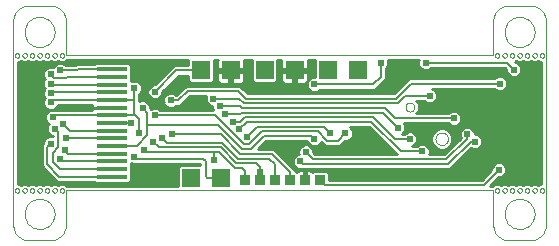
<source format=gbl>
G75*
%MOIN*%
%OFA0B0*%
%FSLAX24Y24*%
%IPPOS*%
%LPD*%
%AMOC8*
5,1,8,0,0,1.08239X$1,22.5*
%
%ADD10C,0.0000*%
%ADD11R,0.0600X0.0600*%
%ADD12R,0.1024X0.0138*%
%ADD13R,0.0320X0.0350*%
%ADD14C,0.0100*%
%ADD15C,0.0240*%
%ADD16C,0.0080*%
D10*
X004943Y002737D02*
X005693Y002737D01*
X005737Y002739D01*
X005780Y002745D01*
X005822Y002754D01*
X005864Y002767D01*
X005904Y002784D01*
X005943Y002804D01*
X005980Y002827D01*
X006014Y002854D01*
X006047Y002883D01*
X006076Y002916D01*
X006103Y002950D01*
X006126Y002987D01*
X006146Y003026D01*
X006163Y003066D01*
X006176Y003108D01*
X006185Y003150D01*
X006191Y003193D01*
X006193Y003237D01*
X006193Y004393D01*
X020443Y004393D01*
X020443Y003237D01*
X020445Y003193D01*
X020451Y003150D01*
X020460Y003108D01*
X020473Y003066D01*
X020490Y003026D01*
X020510Y002987D01*
X020533Y002950D01*
X020560Y002916D01*
X020589Y002883D01*
X020622Y002854D01*
X020656Y002827D01*
X020693Y002804D01*
X020732Y002784D01*
X020772Y002767D01*
X020814Y002754D01*
X020856Y002745D01*
X020899Y002739D01*
X020943Y002737D01*
X021693Y002737D01*
X021737Y002739D01*
X021780Y002745D01*
X021822Y002754D01*
X021864Y002767D01*
X021904Y002784D01*
X021943Y002804D01*
X021980Y002827D01*
X022014Y002854D01*
X022047Y002883D01*
X022076Y002916D01*
X022103Y002950D01*
X022126Y002987D01*
X022146Y003026D01*
X022163Y003066D01*
X022176Y003108D01*
X022185Y003150D01*
X022191Y003193D01*
X022193Y003237D01*
X022193Y010050D01*
X022191Y010094D01*
X022185Y010137D01*
X022176Y010179D01*
X022163Y010221D01*
X022146Y010261D01*
X022126Y010300D01*
X022103Y010337D01*
X022076Y010371D01*
X022047Y010404D01*
X022014Y010433D01*
X021980Y010460D01*
X021943Y010483D01*
X021904Y010503D01*
X021864Y010520D01*
X021822Y010533D01*
X021780Y010542D01*
X021737Y010548D01*
X021693Y010550D01*
X020943Y010550D01*
X020899Y010548D01*
X020856Y010542D01*
X020814Y010533D01*
X020772Y010520D01*
X020732Y010503D01*
X020693Y010483D01*
X020656Y010460D01*
X020622Y010433D01*
X020589Y010404D01*
X020560Y010371D01*
X020533Y010337D01*
X020510Y010300D01*
X020490Y010261D01*
X020473Y010221D01*
X020460Y010179D01*
X020451Y010137D01*
X020445Y010094D01*
X020443Y010050D01*
X020443Y008893D01*
X006193Y008893D01*
X006193Y010050D01*
X006191Y010094D01*
X006185Y010137D01*
X006176Y010179D01*
X006163Y010221D01*
X006146Y010261D01*
X006126Y010300D01*
X006103Y010337D01*
X006076Y010371D01*
X006047Y010404D01*
X006014Y010433D01*
X005980Y010460D01*
X005943Y010483D01*
X005904Y010503D01*
X005864Y010520D01*
X005822Y010533D01*
X005780Y010542D01*
X005737Y010548D01*
X005693Y010550D01*
X004943Y010550D01*
X004899Y010548D01*
X004856Y010542D01*
X004814Y010533D01*
X004772Y010520D01*
X004732Y010503D01*
X004693Y010483D01*
X004656Y010460D01*
X004622Y010433D01*
X004589Y010404D01*
X004560Y010371D01*
X004533Y010337D01*
X004510Y010300D01*
X004490Y010261D01*
X004473Y010221D01*
X004460Y010179D01*
X004451Y010137D01*
X004445Y010094D01*
X004443Y010050D01*
X004443Y003237D01*
X004445Y003193D01*
X004451Y003150D01*
X004460Y003108D01*
X004473Y003066D01*
X004490Y003026D01*
X004510Y002987D01*
X004533Y002950D01*
X004560Y002916D01*
X004589Y002883D01*
X004622Y002854D01*
X004656Y002827D01*
X004693Y002804D01*
X004732Y002784D01*
X004772Y002767D01*
X004814Y002754D01*
X004856Y002745D01*
X004899Y002739D01*
X004943Y002737D01*
X004818Y003612D02*
X004820Y003656D01*
X004826Y003700D01*
X004836Y003743D01*
X004849Y003785D01*
X004866Y003826D01*
X004887Y003865D01*
X004911Y003902D01*
X004938Y003937D01*
X004968Y003969D01*
X005001Y003999D01*
X005037Y004025D01*
X005074Y004049D01*
X005114Y004068D01*
X005155Y004085D01*
X005198Y004097D01*
X005241Y004106D01*
X005285Y004111D01*
X005329Y004112D01*
X005373Y004109D01*
X005417Y004102D01*
X005460Y004091D01*
X005502Y004077D01*
X005542Y004059D01*
X005581Y004037D01*
X005617Y004013D01*
X005651Y003985D01*
X005683Y003954D01*
X005712Y003920D01*
X005738Y003884D01*
X005760Y003846D01*
X005779Y003806D01*
X005794Y003764D01*
X005806Y003722D01*
X005814Y003678D01*
X005818Y003634D01*
X005818Y003590D01*
X005814Y003546D01*
X005806Y003502D01*
X005794Y003460D01*
X005779Y003418D01*
X005760Y003378D01*
X005738Y003340D01*
X005712Y003304D01*
X005683Y003270D01*
X005651Y003239D01*
X005617Y003211D01*
X005581Y003187D01*
X005542Y003165D01*
X005502Y003147D01*
X005460Y003133D01*
X005417Y003122D01*
X005373Y003115D01*
X005329Y003112D01*
X005285Y003113D01*
X005241Y003118D01*
X005198Y003127D01*
X005155Y003139D01*
X005114Y003156D01*
X005074Y003175D01*
X005037Y003199D01*
X005001Y003225D01*
X004968Y003255D01*
X004938Y003287D01*
X004911Y003322D01*
X004887Y003359D01*
X004866Y003398D01*
X004849Y003439D01*
X004836Y003481D01*
X004826Y003524D01*
X004820Y003568D01*
X004818Y003612D01*
X004743Y004393D02*
X004745Y004410D01*
X004750Y004426D01*
X004759Y004440D01*
X004771Y004452D01*
X004785Y004461D01*
X004801Y004466D01*
X004818Y004468D01*
X004835Y004466D01*
X004851Y004461D01*
X004865Y004452D01*
X004877Y004440D01*
X004886Y004426D01*
X004891Y004410D01*
X004893Y004393D01*
X004891Y004376D01*
X004886Y004360D01*
X004877Y004346D01*
X004865Y004334D01*
X004851Y004325D01*
X004835Y004320D01*
X004818Y004318D01*
X004801Y004320D01*
X004785Y004325D01*
X004771Y004334D01*
X004759Y004346D01*
X004750Y004360D01*
X004745Y004376D01*
X004743Y004393D01*
X004493Y004393D02*
X004495Y004410D01*
X004500Y004426D01*
X004509Y004440D01*
X004521Y004452D01*
X004535Y004461D01*
X004551Y004466D01*
X004568Y004468D01*
X004585Y004466D01*
X004601Y004461D01*
X004615Y004452D01*
X004627Y004440D01*
X004636Y004426D01*
X004641Y004410D01*
X004643Y004393D01*
X004641Y004376D01*
X004636Y004360D01*
X004627Y004346D01*
X004615Y004334D01*
X004601Y004325D01*
X004585Y004320D01*
X004568Y004318D01*
X004551Y004320D01*
X004535Y004325D01*
X004521Y004334D01*
X004509Y004346D01*
X004500Y004360D01*
X004495Y004376D01*
X004493Y004393D01*
X004993Y004393D02*
X004995Y004410D01*
X005000Y004426D01*
X005009Y004440D01*
X005021Y004452D01*
X005035Y004461D01*
X005051Y004466D01*
X005068Y004468D01*
X005085Y004466D01*
X005101Y004461D01*
X005115Y004452D01*
X005127Y004440D01*
X005136Y004426D01*
X005141Y004410D01*
X005143Y004393D01*
X005141Y004376D01*
X005136Y004360D01*
X005127Y004346D01*
X005115Y004334D01*
X005101Y004325D01*
X005085Y004320D01*
X005068Y004318D01*
X005051Y004320D01*
X005035Y004325D01*
X005021Y004334D01*
X005009Y004346D01*
X005000Y004360D01*
X004995Y004376D01*
X004993Y004393D01*
X005243Y004393D02*
X005245Y004410D01*
X005250Y004426D01*
X005259Y004440D01*
X005271Y004452D01*
X005285Y004461D01*
X005301Y004466D01*
X005318Y004468D01*
X005335Y004466D01*
X005351Y004461D01*
X005365Y004452D01*
X005377Y004440D01*
X005386Y004426D01*
X005391Y004410D01*
X005393Y004393D01*
X005391Y004376D01*
X005386Y004360D01*
X005377Y004346D01*
X005365Y004334D01*
X005351Y004325D01*
X005335Y004320D01*
X005318Y004318D01*
X005301Y004320D01*
X005285Y004325D01*
X005271Y004334D01*
X005259Y004346D01*
X005250Y004360D01*
X005245Y004376D01*
X005243Y004393D01*
X005493Y004393D02*
X005495Y004410D01*
X005500Y004426D01*
X005509Y004440D01*
X005521Y004452D01*
X005535Y004461D01*
X005551Y004466D01*
X005568Y004468D01*
X005585Y004466D01*
X005601Y004461D01*
X005615Y004452D01*
X005627Y004440D01*
X005636Y004426D01*
X005641Y004410D01*
X005643Y004393D01*
X005641Y004376D01*
X005636Y004360D01*
X005627Y004346D01*
X005615Y004334D01*
X005601Y004325D01*
X005585Y004320D01*
X005568Y004318D01*
X005551Y004320D01*
X005535Y004325D01*
X005521Y004334D01*
X005509Y004346D01*
X005500Y004360D01*
X005495Y004376D01*
X005493Y004393D01*
X005743Y004393D02*
X005745Y004410D01*
X005750Y004426D01*
X005759Y004440D01*
X005771Y004452D01*
X005785Y004461D01*
X005801Y004466D01*
X005818Y004468D01*
X005835Y004466D01*
X005851Y004461D01*
X005865Y004452D01*
X005877Y004440D01*
X005886Y004426D01*
X005891Y004410D01*
X005893Y004393D01*
X005891Y004376D01*
X005886Y004360D01*
X005877Y004346D01*
X005865Y004334D01*
X005851Y004325D01*
X005835Y004320D01*
X005818Y004318D01*
X005801Y004320D01*
X005785Y004325D01*
X005771Y004334D01*
X005759Y004346D01*
X005750Y004360D01*
X005745Y004376D01*
X005743Y004393D01*
X005993Y004393D02*
X005995Y004410D01*
X006000Y004426D01*
X006009Y004440D01*
X006021Y004452D01*
X006035Y004461D01*
X006051Y004466D01*
X006068Y004468D01*
X006085Y004466D01*
X006101Y004461D01*
X006115Y004452D01*
X006127Y004440D01*
X006136Y004426D01*
X006141Y004410D01*
X006143Y004393D01*
X006141Y004376D01*
X006136Y004360D01*
X006127Y004346D01*
X006115Y004334D01*
X006101Y004325D01*
X006085Y004320D01*
X006068Y004318D01*
X006051Y004320D01*
X006035Y004325D01*
X006021Y004334D01*
X006009Y004346D01*
X006000Y004360D01*
X005995Y004376D01*
X005993Y004393D01*
X005993Y008893D02*
X005995Y008910D01*
X006000Y008926D01*
X006009Y008940D01*
X006021Y008952D01*
X006035Y008961D01*
X006051Y008966D01*
X006068Y008968D01*
X006085Y008966D01*
X006101Y008961D01*
X006115Y008952D01*
X006127Y008940D01*
X006136Y008926D01*
X006141Y008910D01*
X006143Y008893D01*
X006141Y008876D01*
X006136Y008860D01*
X006127Y008846D01*
X006115Y008834D01*
X006101Y008825D01*
X006085Y008820D01*
X006068Y008818D01*
X006051Y008820D01*
X006035Y008825D01*
X006021Y008834D01*
X006009Y008846D01*
X006000Y008860D01*
X005995Y008876D01*
X005993Y008893D01*
X005743Y008893D02*
X005745Y008910D01*
X005750Y008926D01*
X005759Y008940D01*
X005771Y008952D01*
X005785Y008961D01*
X005801Y008966D01*
X005818Y008968D01*
X005835Y008966D01*
X005851Y008961D01*
X005865Y008952D01*
X005877Y008940D01*
X005886Y008926D01*
X005891Y008910D01*
X005893Y008893D01*
X005891Y008876D01*
X005886Y008860D01*
X005877Y008846D01*
X005865Y008834D01*
X005851Y008825D01*
X005835Y008820D01*
X005818Y008818D01*
X005801Y008820D01*
X005785Y008825D01*
X005771Y008834D01*
X005759Y008846D01*
X005750Y008860D01*
X005745Y008876D01*
X005743Y008893D01*
X005493Y008893D02*
X005495Y008910D01*
X005500Y008926D01*
X005509Y008940D01*
X005521Y008952D01*
X005535Y008961D01*
X005551Y008966D01*
X005568Y008968D01*
X005585Y008966D01*
X005601Y008961D01*
X005615Y008952D01*
X005627Y008940D01*
X005636Y008926D01*
X005641Y008910D01*
X005643Y008893D01*
X005641Y008876D01*
X005636Y008860D01*
X005627Y008846D01*
X005615Y008834D01*
X005601Y008825D01*
X005585Y008820D01*
X005568Y008818D01*
X005551Y008820D01*
X005535Y008825D01*
X005521Y008834D01*
X005509Y008846D01*
X005500Y008860D01*
X005495Y008876D01*
X005493Y008893D01*
X005243Y008893D02*
X005245Y008910D01*
X005250Y008926D01*
X005259Y008940D01*
X005271Y008952D01*
X005285Y008961D01*
X005301Y008966D01*
X005318Y008968D01*
X005335Y008966D01*
X005351Y008961D01*
X005365Y008952D01*
X005377Y008940D01*
X005386Y008926D01*
X005391Y008910D01*
X005393Y008893D01*
X005391Y008876D01*
X005386Y008860D01*
X005377Y008846D01*
X005365Y008834D01*
X005351Y008825D01*
X005335Y008820D01*
X005318Y008818D01*
X005301Y008820D01*
X005285Y008825D01*
X005271Y008834D01*
X005259Y008846D01*
X005250Y008860D01*
X005245Y008876D01*
X005243Y008893D01*
X004993Y008893D02*
X004995Y008910D01*
X005000Y008926D01*
X005009Y008940D01*
X005021Y008952D01*
X005035Y008961D01*
X005051Y008966D01*
X005068Y008968D01*
X005085Y008966D01*
X005101Y008961D01*
X005115Y008952D01*
X005127Y008940D01*
X005136Y008926D01*
X005141Y008910D01*
X005143Y008893D01*
X005141Y008876D01*
X005136Y008860D01*
X005127Y008846D01*
X005115Y008834D01*
X005101Y008825D01*
X005085Y008820D01*
X005068Y008818D01*
X005051Y008820D01*
X005035Y008825D01*
X005021Y008834D01*
X005009Y008846D01*
X005000Y008860D01*
X004995Y008876D01*
X004993Y008893D01*
X004743Y008893D02*
X004745Y008910D01*
X004750Y008926D01*
X004759Y008940D01*
X004771Y008952D01*
X004785Y008961D01*
X004801Y008966D01*
X004818Y008968D01*
X004835Y008966D01*
X004851Y008961D01*
X004865Y008952D01*
X004877Y008940D01*
X004886Y008926D01*
X004891Y008910D01*
X004893Y008893D01*
X004891Y008876D01*
X004886Y008860D01*
X004877Y008846D01*
X004865Y008834D01*
X004851Y008825D01*
X004835Y008820D01*
X004818Y008818D01*
X004801Y008820D01*
X004785Y008825D01*
X004771Y008834D01*
X004759Y008846D01*
X004750Y008860D01*
X004745Y008876D01*
X004743Y008893D01*
X004493Y008893D02*
X004495Y008910D01*
X004500Y008926D01*
X004509Y008940D01*
X004521Y008952D01*
X004535Y008961D01*
X004551Y008966D01*
X004568Y008968D01*
X004585Y008966D01*
X004601Y008961D01*
X004615Y008952D01*
X004627Y008940D01*
X004636Y008926D01*
X004641Y008910D01*
X004643Y008893D01*
X004641Y008876D01*
X004636Y008860D01*
X004627Y008846D01*
X004615Y008834D01*
X004601Y008825D01*
X004585Y008820D01*
X004568Y008818D01*
X004551Y008820D01*
X004535Y008825D01*
X004521Y008834D01*
X004509Y008846D01*
X004500Y008860D01*
X004495Y008876D01*
X004493Y008893D01*
X004818Y009675D02*
X004820Y009719D01*
X004826Y009763D01*
X004836Y009806D01*
X004849Y009848D01*
X004866Y009889D01*
X004887Y009928D01*
X004911Y009965D01*
X004938Y010000D01*
X004968Y010032D01*
X005001Y010062D01*
X005037Y010088D01*
X005074Y010112D01*
X005114Y010131D01*
X005155Y010148D01*
X005198Y010160D01*
X005241Y010169D01*
X005285Y010174D01*
X005329Y010175D01*
X005373Y010172D01*
X005417Y010165D01*
X005460Y010154D01*
X005502Y010140D01*
X005542Y010122D01*
X005581Y010100D01*
X005617Y010076D01*
X005651Y010048D01*
X005683Y010017D01*
X005712Y009983D01*
X005738Y009947D01*
X005760Y009909D01*
X005779Y009869D01*
X005794Y009827D01*
X005806Y009785D01*
X005814Y009741D01*
X005818Y009697D01*
X005818Y009653D01*
X005814Y009609D01*
X005806Y009565D01*
X005794Y009523D01*
X005779Y009481D01*
X005760Y009441D01*
X005738Y009403D01*
X005712Y009367D01*
X005683Y009333D01*
X005651Y009302D01*
X005617Y009274D01*
X005581Y009250D01*
X005542Y009228D01*
X005502Y009210D01*
X005460Y009196D01*
X005417Y009185D01*
X005373Y009178D01*
X005329Y009175D01*
X005285Y009176D01*
X005241Y009181D01*
X005198Y009190D01*
X005155Y009202D01*
X005114Y009219D01*
X005074Y009238D01*
X005037Y009262D01*
X005001Y009288D01*
X004968Y009318D01*
X004938Y009350D01*
X004911Y009385D01*
X004887Y009422D01*
X004866Y009461D01*
X004849Y009502D01*
X004836Y009544D01*
X004826Y009587D01*
X004820Y009631D01*
X004818Y009675D01*
X017516Y007172D02*
X017518Y007196D01*
X017524Y007219D01*
X017533Y007241D01*
X017546Y007261D01*
X017561Y007279D01*
X017580Y007294D01*
X017601Y007306D01*
X017623Y007314D01*
X017646Y007319D01*
X017670Y007320D01*
X017694Y007317D01*
X017716Y007310D01*
X017738Y007300D01*
X017758Y007287D01*
X017775Y007270D01*
X017789Y007251D01*
X017800Y007230D01*
X017808Y007207D01*
X017812Y007184D01*
X017812Y007160D01*
X017808Y007137D01*
X017800Y007114D01*
X017789Y007093D01*
X017775Y007074D01*
X017758Y007057D01*
X017738Y007044D01*
X017716Y007034D01*
X017694Y007027D01*
X017670Y007024D01*
X017646Y007025D01*
X017623Y007030D01*
X017601Y007038D01*
X017580Y007050D01*
X017561Y007065D01*
X017546Y007083D01*
X017533Y007103D01*
X017524Y007125D01*
X017518Y007148D01*
X017516Y007172D01*
X018515Y006114D02*
X018517Y006142D01*
X018523Y006170D01*
X018532Y006196D01*
X018545Y006222D01*
X018561Y006245D01*
X018581Y006265D01*
X018603Y006283D01*
X018627Y006298D01*
X018653Y006309D01*
X018680Y006317D01*
X018708Y006321D01*
X018736Y006321D01*
X018764Y006317D01*
X018791Y006309D01*
X018817Y006298D01*
X018841Y006283D01*
X018863Y006265D01*
X018883Y006245D01*
X018899Y006222D01*
X018912Y006196D01*
X018921Y006170D01*
X018927Y006142D01*
X018929Y006114D01*
X018927Y006086D01*
X018921Y006058D01*
X018912Y006032D01*
X018899Y006006D01*
X018883Y005983D01*
X018863Y005963D01*
X018841Y005945D01*
X018817Y005930D01*
X018791Y005919D01*
X018764Y005911D01*
X018736Y005907D01*
X018708Y005907D01*
X018680Y005911D01*
X018653Y005919D01*
X018627Y005930D01*
X018603Y005945D01*
X018581Y005963D01*
X018561Y005983D01*
X018545Y006006D01*
X018532Y006032D01*
X018523Y006058D01*
X018517Y006086D01*
X018515Y006114D01*
X020493Y004393D02*
X020495Y004410D01*
X020500Y004426D01*
X020509Y004440D01*
X020521Y004452D01*
X020535Y004461D01*
X020551Y004466D01*
X020568Y004468D01*
X020585Y004466D01*
X020601Y004461D01*
X020615Y004452D01*
X020627Y004440D01*
X020636Y004426D01*
X020641Y004410D01*
X020643Y004393D01*
X020641Y004376D01*
X020636Y004360D01*
X020627Y004346D01*
X020615Y004334D01*
X020601Y004325D01*
X020585Y004320D01*
X020568Y004318D01*
X020551Y004320D01*
X020535Y004325D01*
X020521Y004334D01*
X020509Y004346D01*
X020500Y004360D01*
X020495Y004376D01*
X020493Y004393D01*
X020743Y004393D02*
X020745Y004410D01*
X020750Y004426D01*
X020759Y004440D01*
X020771Y004452D01*
X020785Y004461D01*
X020801Y004466D01*
X020818Y004468D01*
X020835Y004466D01*
X020851Y004461D01*
X020865Y004452D01*
X020877Y004440D01*
X020886Y004426D01*
X020891Y004410D01*
X020893Y004393D01*
X020891Y004376D01*
X020886Y004360D01*
X020877Y004346D01*
X020865Y004334D01*
X020851Y004325D01*
X020835Y004320D01*
X020818Y004318D01*
X020801Y004320D01*
X020785Y004325D01*
X020771Y004334D01*
X020759Y004346D01*
X020750Y004360D01*
X020745Y004376D01*
X020743Y004393D01*
X020993Y004393D02*
X020995Y004410D01*
X021000Y004426D01*
X021009Y004440D01*
X021021Y004452D01*
X021035Y004461D01*
X021051Y004466D01*
X021068Y004468D01*
X021085Y004466D01*
X021101Y004461D01*
X021115Y004452D01*
X021127Y004440D01*
X021136Y004426D01*
X021141Y004410D01*
X021143Y004393D01*
X021141Y004376D01*
X021136Y004360D01*
X021127Y004346D01*
X021115Y004334D01*
X021101Y004325D01*
X021085Y004320D01*
X021068Y004318D01*
X021051Y004320D01*
X021035Y004325D01*
X021021Y004334D01*
X021009Y004346D01*
X021000Y004360D01*
X020995Y004376D01*
X020993Y004393D01*
X021243Y004393D02*
X021245Y004410D01*
X021250Y004426D01*
X021259Y004440D01*
X021271Y004452D01*
X021285Y004461D01*
X021301Y004466D01*
X021318Y004468D01*
X021335Y004466D01*
X021351Y004461D01*
X021365Y004452D01*
X021377Y004440D01*
X021386Y004426D01*
X021391Y004410D01*
X021393Y004393D01*
X021391Y004376D01*
X021386Y004360D01*
X021377Y004346D01*
X021365Y004334D01*
X021351Y004325D01*
X021335Y004320D01*
X021318Y004318D01*
X021301Y004320D01*
X021285Y004325D01*
X021271Y004334D01*
X021259Y004346D01*
X021250Y004360D01*
X021245Y004376D01*
X021243Y004393D01*
X021493Y004393D02*
X021495Y004410D01*
X021500Y004426D01*
X021509Y004440D01*
X021521Y004452D01*
X021535Y004461D01*
X021551Y004466D01*
X021568Y004468D01*
X021585Y004466D01*
X021601Y004461D01*
X021615Y004452D01*
X021627Y004440D01*
X021636Y004426D01*
X021641Y004410D01*
X021643Y004393D01*
X021641Y004376D01*
X021636Y004360D01*
X021627Y004346D01*
X021615Y004334D01*
X021601Y004325D01*
X021585Y004320D01*
X021568Y004318D01*
X021551Y004320D01*
X021535Y004325D01*
X021521Y004334D01*
X021509Y004346D01*
X021500Y004360D01*
X021495Y004376D01*
X021493Y004393D01*
X021743Y004393D02*
X021745Y004410D01*
X021750Y004426D01*
X021759Y004440D01*
X021771Y004452D01*
X021785Y004461D01*
X021801Y004466D01*
X021818Y004468D01*
X021835Y004466D01*
X021851Y004461D01*
X021865Y004452D01*
X021877Y004440D01*
X021886Y004426D01*
X021891Y004410D01*
X021893Y004393D01*
X021891Y004376D01*
X021886Y004360D01*
X021877Y004346D01*
X021865Y004334D01*
X021851Y004325D01*
X021835Y004320D01*
X021818Y004318D01*
X021801Y004320D01*
X021785Y004325D01*
X021771Y004334D01*
X021759Y004346D01*
X021750Y004360D01*
X021745Y004376D01*
X021743Y004393D01*
X021993Y004393D02*
X021995Y004410D01*
X022000Y004426D01*
X022009Y004440D01*
X022021Y004452D01*
X022035Y004461D01*
X022051Y004466D01*
X022068Y004468D01*
X022085Y004466D01*
X022101Y004461D01*
X022115Y004452D01*
X022127Y004440D01*
X022136Y004426D01*
X022141Y004410D01*
X022143Y004393D01*
X022141Y004376D01*
X022136Y004360D01*
X022127Y004346D01*
X022115Y004334D01*
X022101Y004325D01*
X022085Y004320D01*
X022068Y004318D01*
X022051Y004320D01*
X022035Y004325D01*
X022021Y004334D01*
X022009Y004346D01*
X022000Y004360D01*
X021995Y004376D01*
X021993Y004393D01*
X020818Y003612D02*
X020820Y003656D01*
X020826Y003700D01*
X020836Y003743D01*
X020849Y003785D01*
X020866Y003826D01*
X020887Y003865D01*
X020911Y003902D01*
X020938Y003937D01*
X020968Y003969D01*
X021001Y003999D01*
X021037Y004025D01*
X021074Y004049D01*
X021114Y004068D01*
X021155Y004085D01*
X021198Y004097D01*
X021241Y004106D01*
X021285Y004111D01*
X021329Y004112D01*
X021373Y004109D01*
X021417Y004102D01*
X021460Y004091D01*
X021502Y004077D01*
X021542Y004059D01*
X021581Y004037D01*
X021617Y004013D01*
X021651Y003985D01*
X021683Y003954D01*
X021712Y003920D01*
X021738Y003884D01*
X021760Y003846D01*
X021779Y003806D01*
X021794Y003764D01*
X021806Y003722D01*
X021814Y003678D01*
X021818Y003634D01*
X021818Y003590D01*
X021814Y003546D01*
X021806Y003502D01*
X021794Y003460D01*
X021779Y003418D01*
X021760Y003378D01*
X021738Y003340D01*
X021712Y003304D01*
X021683Y003270D01*
X021651Y003239D01*
X021617Y003211D01*
X021581Y003187D01*
X021542Y003165D01*
X021502Y003147D01*
X021460Y003133D01*
X021417Y003122D01*
X021373Y003115D01*
X021329Y003112D01*
X021285Y003113D01*
X021241Y003118D01*
X021198Y003127D01*
X021155Y003139D01*
X021114Y003156D01*
X021074Y003175D01*
X021037Y003199D01*
X021001Y003225D01*
X020968Y003255D01*
X020938Y003287D01*
X020911Y003322D01*
X020887Y003359D01*
X020866Y003398D01*
X020849Y003439D01*
X020836Y003481D01*
X020826Y003524D01*
X020820Y003568D01*
X020818Y003612D01*
X020743Y008893D02*
X020745Y008910D01*
X020750Y008926D01*
X020759Y008940D01*
X020771Y008952D01*
X020785Y008961D01*
X020801Y008966D01*
X020818Y008968D01*
X020835Y008966D01*
X020851Y008961D01*
X020865Y008952D01*
X020877Y008940D01*
X020886Y008926D01*
X020891Y008910D01*
X020893Y008893D01*
X020891Y008876D01*
X020886Y008860D01*
X020877Y008846D01*
X020865Y008834D01*
X020851Y008825D01*
X020835Y008820D01*
X020818Y008818D01*
X020801Y008820D01*
X020785Y008825D01*
X020771Y008834D01*
X020759Y008846D01*
X020750Y008860D01*
X020745Y008876D01*
X020743Y008893D01*
X020493Y008893D02*
X020495Y008910D01*
X020500Y008926D01*
X020509Y008940D01*
X020521Y008952D01*
X020535Y008961D01*
X020551Y008966D01*
X020568Y008968D01*
X020585Y008966D01*
X020601Y008961D01*
X020615Y008952D01*
X020627Y008940D01*
X020636Y008926D01*
X020641Y008910D01*
X020643Y008893D01*
X020641Y008876D01*
X020636Y008860D01*
X020627Y008846D01*
X020615Y008834D01*
X020601Y008825D01*
X020585Y008820D01*
X020568Y008818D01*
X020551Y008820D01*
X020535Y008825D01*
X020521Y008834D01*
X020509Y008846D01*
X020500Y008860D01*
X020495Y008876D01*
X020493Y008893D01*
X020993Y008893D02*
X020995Y008910D01*
X021000Y008926D01*
X021009Y008940D01*
X021021Y008952D01*
X021035Y008961D01*
X021051Y008966D01*
X021068Y008968D01*
X021085Y008966D01*
X021101Y008961D01*
X021115Y008952D01*
X021127Y008940D01*
X021136Y008926D01*
X021141Y008910D01*
X021143Y008893D01*
X021141Y008876D01*
X021136Y008860D01*
X021127Y008846D01*
X021115Y008834D01*
X021101Y008825D01*
X021085Y008820D01*
X021068Y008818D01*
X021051Y008820D01*
X021035Y008825D01*
X021021Y008834D01*
X021009Y008846D01*
X021000Y008860D01*
X020995Y008876D01*
X020993Y008893D01*
X021243Y008893D02*
X021245Y008910D01*
X021250Y008926D01*
X021259Y008940D01*
X021271Y008952D01*
X021285Y008961D01*
X021301Y008966D01*
X021318Y008968D01*
X021335Y008966D01*
X021351Y008961D01*
X021365Y008952D01*
X021377Y008940D01*
X021386Y008926D01*
X021391Y008910D01*
X021393Y008893D01*
X021391Y008876D01*
X021386Y008860D01*
X021377Y008846D01*
X021365Y008834D01*
X021351Y008825D01*
X021335Y008820D01*
X021318Y008818D01*
X021301Y008820D01*
X021285Y008825D01*
X021271Y008834D01*
X021259Y008846D01*
X021250Y008860D01*
X021245Y008876D01*
X021243Y008893D01*
X021493Y008893D02*
X021495Y008910D01*
X021500Y008926D01*
X021509Y008940D01*
X021521Y008952D01*
X021535Y008961D01*
X021551Y008966D01*
X021568Y008968D01*
X021585Y008966D01*
X021601Y008961D01*
X021615Y008952D01*
X021627Y008940D01*
X021636Y008926D01*
X021641Y008910D01*
X021643Y008893D01*
X021641Y008876D01*
X021636Y008860D01*
X021627Y008846D01*
X021615Y008834D01*
X021601Y008825D01*
X021585Y008820D01*
X021568Y008818D01*
X021551Y008820D01*
X021535Y008825D01*
X021521Y008834D01*
X021509Y008846D01*
X021500Y008860D01*
X021495Y008876D01*
X021493Y008893D01*
X021743Y008893D02*
X021745Y008910D01*
X021750Y008926D01*
X021759Y008940D01*
X021771Y008952D01*
X021785Y008961D01*
X021801Y008966D01*
X021818Y008968D01*
X021835Y008966D01*
X021851Y008961D01*
X021865Y008952D01*
X021877Y008940D01*
X021886Y008926D01*
X021891Y008910D01*
X021893Y008893D01*
X021891Y008876D01*
X021886Y008860D01*
X021877Y008846D01*
X021865Y008834D01*
X021851Y008825D01*
X021835Y008820D01*
X021818Y008818D01*
X021801Y008820D01*
X021785Y008825D01*
X021771Y008834D01*
X021759Y008846D01*
X021750Y008860D01*
X021745Y008876D01*
X021743Y008893D01*
X021993Y008893D02*
X021995Y008910D01*
X022000Y008926D01*
X022009Y008940D01*
X022021Y008952D01*
X022035Y008961D01*
X022051Y008966D01*
X022068Y008968D01*
X022085Y008966D01*
X022101Y008961D01*
X022115Y008952D01*
X022127Y008940D01*
X022136Y008926D01*
X022141Y008910D01*
X022143Y008893D01*
X022141Y008876D01*
X022136Y008860D01*
X022127Y008846D01*
X022115Y008834D01*
X022101Y008825D01*
X022085Y008820D01*
X022068Y008818D01*
X022051Y008820D01*
X022035Y008825D01*
X022021Y008834D01*
X022009Y008846D01*
X022000Y008860D01*
X021995Y008876D01*
X021993Y008893D01*
X020818Y009675D02*
X020820Y009719D01*
X020826Y009763D01*
X020836Y009806D01*
X020849Y009848D01*
X020866Y009889D01*
X020887Y009928D01*
X020911Y009965D01*
X020938Y010000D01*
X020968Y010032D01*
X021001Y010062D01*
X021037Y010088D01*
X021074Y010112D01*
X021114Y010131D01*
X021155Y010148D01*
X021198Y010160D01*
X021241Y010169D01*
X021285Y010174D01*
X021329Y010175D01*
X021373Y010172D01*
X021417Y010165D01*
X021460Y010154D01*
X021502Y010140D01*
X021542Y010122D01*
X021581Y010100D01*
X021617Y010076D01*
X021651Y010048D01*
X021683Y010017D01*
X021712Y009983D01*
X021738Y009947D01*
X021760Y009909D01*
X021779Y009869D01*
X021794Y009827D01*
X021806Y009785D01*
X021814Y009741D01*
X021818Y009697D01*
X021818Y009653D01*
X021814Y009609D01*
X021806Y009565D01*
X021794Y009523D01*
X021779Y009481D01*
X021760Y009441D01*
X021738Y009403D01*
X021712Y009367D01*
X021683Y009333D01*
X021651Y009302D01*
X021617Y009274D01*
X021581Y009250D01*
X021542Y009228D01*
X021502Y009210D01*
X021460Y009196D01*
X021417Y009185D01*
X021373Y009178D01*
X021329Y009175D01*
X021285Y009176D01*
X021241Y009181D01*
X021198Y009190D01*
X021155Y009202D01*
X021114Y009219D01*
X021074Y009238D01*
X021037Y009262D01*
X021001Y009288D01*
X020968Y009318D01*
X020938Y009350D01*
X020911Y009385D01*
X020887Y009422D01*
X020866Y009461D01*
X020849Y009502D01*
X020836Y009544D01*
X020826Y009587D01*
X020820Y009631D01*
X020818Y009675D01*
D11*
X015943Y008393D03*
X014943Y008393D03*
X013818Y008393D03*
X012818Y008393D03*
X011693Y008393D03*
X010693Y008393D03*
X010349Y004800D03*
X011349Y004800D03*
D12*
X007724Y004852D03*
X007724Y005108D03*
X007724Y005364D03*
X007724Y005620D03*
X007724Y005876D03*
X007724Y006131D03*
X007724Y006387D03*
X007724Y006643D03*
X007724Y006899D03*
X007724Y007155D03*
X007724Y007411D03*
X007724Y007667D03*
X007724Y007923D03*
X007724Y008179D03*
X007724Y008435D03*
D13*
X012162Y004737D03*
X012662Y004737D03*
X013162Y004737D03*
X013662Y004737D03*
X014162Y004737D03*
X014662Y004737D03*
D14*
X014952Y004751D02*
X014952Y004966D01*
X014875Y005042D01*
X014448Y005042D01*
X014426Y005020D01*
X014414Y005032D01*
X014379Y005052D01*
X014341Y005062D01*
X014192Y005062D01*
X014192Y004767D01*
X014132Y004767D01*
X014132Y005062D01*
X013982Y005062D01*
X013944Y005052D01*
X013909Y005032D01*
X013897Y005020D01*
X013875Y005042D01*
X013832Y005042D01*
X013832Y005089D01*
X013238Y005682D01*
X013138Y005782D01*
X012603Y005782D01*
X012857Y006036D01*
X014235Y006036D01*
X014262Y005970D01*
X014332Y005900D01*
X014424Y005862D01*
X014524Y005862D01*
X014616Y005900D01*
X014686Y005970D01*
X014705Y006016D01*
X014742Y005979D01*
X014841Y005880D01*
X015326Y005880D01*
X015496Y006050D01*
X015555Y006050D01*
X015647Y006088D01*
X015717Y006158D01*
X015755Y006250D01*
X015755Y006349D01*
X015717Y006441D01*
X015654Y006505D01*
X016310Y006505D01*
X017179Y005635D01*
X017220Y005595D01*
X014513Y005595D01*
X014443Y005665D01*
X014443Y005724D01*
X014405Y005816D01*
X014334Y005886D01*
X014243Y005925D01*
X014143Y005925D01*
X014051Y005886D01*
X013981Y005816D01*
X013943Y005724D01*
X013943Y005625D01*
X013949Y005609D01*
X013864Y005574D01*
X013793Y005504D01*
X013755Y005412D01*
X013755Y005312D01*
X013793Y005220D01*
X013864Y005150D01*
X013956Y005112D01*
X014015Y005112D01*
X014029Y005098D01*
X019013Y005098D01*
X019113Y005198D01*
X019708Y005793D01*
X019768Y005768D01*
X019868Y005768D01*
X019959Y005806D01*
X020030Y005877D01*
X020068Y005969D01*
X020068Y006068D01*
X020030Y006160D01*
X019959Y006230D01*
X019868Y006268D01*
X019818Y006268D01*
X019818Y006311D01*
X019780Y006403D01*
X019709Y006474D01*
X019618Y006512D01*
X019518Y006512D01*
X019426Y006474D01*
X019356Y006403D01*
X019318Y006311D01*
X019318Y006212D01*
X019350Y006135D01*
X018810Y005595D01*
X018292Y005595D01*
X018318Y005656D01*
X018318Y005756D01*
X018280Y005847D01*
X018209Y005918D01*
X018118Y005956D01*
X018018Y005956D01*
X017926Y005918D01*
X017884Y005876D01*
X017745Y005876D01*
X017803Y005900D01*
X017874Y005970D01*
X017912Y006062D01*
X017912Y006162D01*
X017874Y006254D01*
X017803Y006324D01*
X017711Y006362D01*
X017612Y006362D01*
X017520Y006324D01*
X017478Y006282D01*
X017404Y006282D01*
X017467Y006345D01*
X017505Y006437D01*
X017505Y006537D01*
X017467Y006629D01*
X017466Y006630D01*
X018947Y006630D01*
X018989Y006588D01*
X019081Y006550D01*
X019180Y006550D01*
X019272Y006588D01*
X019342Y006658D01*
X019380Y006750D01*
X019380Y006849D01*
X019342Y006941D01*
X019272Y007011D01*
X019180Y007050D01*
X019081Y007050D01*
X018989Y007011D01*
X018947Y006970D01*
X017882Y006970D01*
X017916Y007004D01*
X017962Y007113D01*
X017962Y007231D01*
X017916Y007341D01*
X017878Y007380D01*
X018134Y007380D01*
X018176Y007338D01*
X018268Y007300D01*
X018368Y007300D01*
X018459Y007338D01*
X018530Y007408D01*
X018568Y007500D01*
X018568Y007599D01*
X018530Y007691D01*
X018459Y007761D01*
X018401Y007786D01*
X020478Y007786D01*
X020520Y007744D01*
X020612Y007706D01*
X020711Y007706D01*
X020803Y007744D01*
X020874Y007814D01*
X020912Y007906D01*
X020912Y008006D01*
X020874Y008097D01*
X020803Y008168D01*
X020711Y008206D01*
X020612Y008206D01*
X020520Y008168D01*
X020478Y008126D01*
X017622Y008126D01*
X017122Y007626D01*
X012263Y007626D01*
X012113Y007776D01*
X012013Y007876D01*
X010185Y007876D01*
X009874Y007565D01*
X009834Y007605D01*
X009743Y007643D01*
X009643Y007643D01*
X009551Y007605D01*
X009481Y007535D01*
X009443Y007443D01*
X009443Y007344D01*
X009481Y007252D01*
X009551Y007181D01*
X009643Y007143D01*
X009743Y007143D01*
X009834Y007181D01*
X009876Y007223D01*
X010013Y007223D01*
X010113Y007323D01*
X010326Y007536D01*
X010862Y007536D01*
X010849Y007506D01*
X010849Y007406D01*
X010887Y007314D01*
X010957Y007244D01*
X011049Y007206D01*
X011068Y007206D01*
X011068Y007156D01*
X011106Y007064D01*
X011107Y007063D01*
X009345Y007063D01*
X009303Y007105D01*
X009211Y007143D01*
X009112Y007143D01*
X009030Y007109D01*
X009005Y007134D01*
X009005Y007193D01*
X008967Y007285D01*
X008897Y007355D01*
X008805Y007393D01*
X008706Y007393D01*
X008644Y007368D01*
X008644Y007616D01*
X008686Y007658D01*
X008724Y007750D01*
X008724Y007849D01*
X008686Y007941D01*
X008616Y008011D01*
X008524Y008050D01*
X008424Y008050D01*
X008366Y008025D01*
X008366Y008046D01*
X008361Y008051D01*
X008366Y008056D01*
X008366Y008301D01*
X008361Y008307D01*
X008366Y008312D01*
X008366Y008557D01*
X008290Y008634D01*
X007159Y008634D01*
X007130Y008605D01*
X006539Y008605D01*
X006497Y008563D01*
X006189Y008563D01*
X006147Y008605D01*
X006055Y008643D01*
X005956Y008643D01*
X005864Y008605D01*
X005793Y008535D01*
X005780Y008503D01*
X005743Y008518D01*
X005643Y008518D01*
X005551Y008480D01*
X005481Y008410D01*
X005443Y008318D01*
X005443Y008219D01*
X005481Y008127D01*
X005496Y008112D01*
X005481Y008097D01*
X005443Y008006D01*
X005443Y007906D01*
X005481Y007814D01*
X005496Y007800D01*
X005481Y007785D01*
X005443Y007693D01*
X005443Y007594D01*
X005481Y007502D01*
X005496Y007487D01*
X005481Y007472D01*
X005443Y007381D01*
X005443Y007281D01*
X005481Y007189D01*
X005551Y007119D01*
X005643Y007081D01*
X005743Y007081D01*
X005834Y007119D01*
X005905Y007189D01*
X005926Y007241D01*
X007063Y007241D01*
X007063Y007155D01*
X007063Y007066D01*
X007063Y007063D01*
X005847Y007063D01*
X005805Y007081D01*
X005706Y007081D01*
X005614Y007043D01*
X005543Y006972D01*
X005505Y006881D01*
X005505Y006781D01*
X005543Y006689D01*
X005614Y006619D01*
X005623Y006615D01*
X005606Y006597D01*
X005568Y006506D01*
X005568Y006406D01*
X005606Y006314D01*
X005676Y006244D01*
X005768Y006206D01*
X005773Y006206D01*
X005773Y006193D01*
X005743Y006206D01*
X005643Y006206D01*
X005551Y006168D01*
X005481Y006097D01*
X005443Y006006D01*
X005443Y005946D01*
X005398Y005901D01*
X005398Y005194D01*
X005910Y004682D01*
X007130Y004682D01*
X007159Y004653D01*
X008290Y004653D01*
X008366Y004729D01*
X008366Y004975D01*
X008361Y004980D01*
X008366Y004985D01*
X008366Y005231D01*
X008361Y005236D01*
X008366Y005241D01*
X008366Y005292D01*
X008424Y005268D01*
X008524Y005268D01*
X008566Y005286D01*
X010679Y005286D01*
X010679Y005230D01*
X009995Y005230D01*
X009919Y005153D01*
X009919Y004543D01*
X006236Y004543D01*
X006161Y004618D01*
X005975Y004618D01*
X005943Y004587D01*
X005911Y004618D01*
X005725Y004618D01*
X005693Y004587D01*
X005661Y004618D01*
X005475Y004618D01*
X005443Y004587D01*
X005411Y004618D01*
X005225Y004618D01*
X005193Y004587D01*
X005161Y004618D01*
X004975Y004618D01*
X004943Y004587D01*
X004911Y004618D01*
X004725Y004618D01*
X004693Y004587D01*
X004661Y004618D01*
X004593Y004618D01*
X004593Y008668D01*
X004661Y008668D01*
X004693Y008700D01*
X004725Y008668D01*
X004911Y008668D01*
X004943Y008700D01*
X004975Y008668D01*
X005161Y008668D01*
X005193Y008700D01*
X005225Y008668D01*
X005411Y008668D01*
X005443Y008700D01*
X005475Y008668D01*
X005661Y008668D01*
X005693Y008700D01*
X005725Y008668D01*
X005911Y008668D01*
X005943Y008700D01*
X005975Y008668D01*
X006161Y008668D01*
X006236Y008743D01*
X010263Y008743D01*
X010263Y008563D01*
X009810Y008563D01*
X009710Y008464D01*
X009171Y007925D01*
X009112Y007925D01*
X009020Y007886D01*
X008950Y007816D01*
X008912Y007724D01*
X008912Y007625D01*
X008950Y007533D01*
X009020Y007463D01*
X009112Y007425D01*
X009211Y007425D01*
X009303Y007463D01*
X009374Y007533D01*
X009412Y007625D01*
X009412Y007684D01*
X009951Y008223D01*
X010263Y008223D01*
X010263Y008039D01*
X010339Y007963D01*
X011047Y007963D01*
X011123Y008039D01*
X011123Y008743D01*
X011251Y008743D01*
X011243Y008713D01*
X011243Y008443D01*
X011643Y008443D01*
X011643Y008343D01*
X011743Y008343D01*
X011743Y007943D01*
X012013Y007943D01*
X012051Y007954D01*
X012085Y007973D01*
X012113Y008001D01*
X012133Y008035D01*
X012143Y008074D01*
X012143Y008343D01*
X011743Y008343D01*
X011743Y008443D01*
X012143Y008443D01*
X012143Y008713D01*
X012135Y008743D01*
X012388Y008743D01*
X012388Y008039D01*
X012464Y007963D01*
X013172Y007963D01*
X013248Y008039D01*
X013248Y008743D01*
X013376Y008743D01*
X013368Y008713D01*
X013368Y008443D01*
X013768Y008443D01*
X013768Y008343D01*
X013868Y008343D01*
X013868Y007943D01*
X014138Y007943D01*
X014176Y007954D01*
X014210Y007973D01*
X014233Y007997D01*
X014224Y007974D01*
X014224Y007875D01*
X014262Y007783D01*
X014332Y007713D01*
X014424Y007675D01*
X014524Y007675D01*
X014616Y007713D01*
X014658Y007755D01*
X016503Y007755D01*
X016603Y007854D01*
X016763Y008014D01*
X016863Y008114D01*
X016863Y008460D01*
X016905Y008502D01*
X016943Y008594D01*
X016943Y008693D01*
X016922Y008743D01*
X017964Y008743D01*
X017943Y008693D01*
X017943Y008594D01*
X017981Y008502D01*
X018051Y008431D01*
X018143Y008393D01*
X018243Y008393D01*
X018334Y008431D01*
X018376Y008473D01*
X020836Y008473D01*
X020880Y008428D01*
X020880Y008369D01*
X020918Y008277D01*
X020989Y008207D01*
X021081Y008169D01*
X021180Y008169D01*
X021272Y008207D01*
X021342Y008277D01*
X021380Y008369D01*
X021380Y008469D01*
X021342Y008561D01*
X021272Y008631D01*
X021180Y008669D01*
X021162Y008669D01*
X021193Y008700D01*
X021225Y008668D01*
X021411Y008668D01*
X021443Y008700D01*
X021475Y008668D01*
X021661Y008668D01*
X021693Y008700D01*
X021725Y008668D01*
X021911Y008668D01*
X021943Y008700D01*
X021975Y008668D01*
X022043Y008668D01*
X022043Y004618D01*
X021975Y004618D01*
X021943Y004587D01*
X021911Y004618D01*
X021725Y004618D01*
X021693Y004587D01*
X021661Y004618D01*
X021475Y004618D01*
X021443Y004587D01*
X021411Y004618D01*
X021225Y004618D01*
X021193Y004587D01*
X021161Y004618D01*
X020975Y004618D01*
X020943Y004587D01*
X020911Y004618D01*
X020725Y004618D01*
X020693Y004587D01*
X020661Y004618D01*
X020475Y004618D01*
X020400Y004543D01*
X020333Y004543D01*
X020621Y004831D01*
X020680Y004831D01*
X020772Y004869D01*
X020842Y004939D01*
X020880Y005031D01*
X020880Y005131D01*
X020842Y005222D01*
X020772Y005293D01*
X020680Y005331D01*
X020581Y005331D01*
X020489Y005293D01*
X020418Y005222D01*
X020380Y005131D01*
X020380Y005071D01*
X020060Y004751D01*
X014952Y004751D01*
X014952Y004765D02*
X020074Y004765D01*
X020172Y004863D02*
X014952Y004863D01*
X014952Y004962D02*
X020271Y004962D01*
X020369Y005060D02*
X014348Y005060D01*
X014192Y005060D02*
X014132Y005060D01*
X014132Y004962D02*
X014192Y004962D01*
X014192Y004863D02*
X014132Y004863D01*
X013975Y005060D02*
X013832Y005060D01*
X013855Y005159D02*
X013762Y005159D01*
X013778Y005257D02*
X013663Y005257D01*
X013755Y005356D02*
X013565Y005356D01*
X013466Y005454D02*
X013773Y005454D01*
X013843Y005553D02*
X013368Y005553D01*
X013269Y005651D02*
X013943Y005651D01*
X013953Y005750D02*
X013171Y005750D01*
X012768Y005947D02*
X014286Y005947D01*
X014373Y005848D02*
X016966Y005848D01*
X017065Y005750D02*
X014432Y005750D01*
X014457Y005651D02*
X017163Y005651D01*
X016868Y005947D02*
X015393Y005947D01*
X015492Y006045D02*
X016769Y006045D01*
X016671Y006144D02*
X015703Y006144D01*
X015752Y006242D02*
X016572Y006242D01*
X016474Y006341D02*
X015755Y006341D01*
X015718Y006439D02*
X016375Y006439D01*
X017463Y006341D02*
X017561Y006341D01*
X017505Y006439D02*
X018574Y006439D01*
X018520Y006417D02*
X018419Y006316D01*
X018365Y006185D01*
X018365Y006043D01*
X018419Y005912D01*
X018520Y005812D01*
X018651Y005758D01*
X018793Y005758D01*
X018924Y005812D01*
X019024Y005912D01*
X019078Y006043D01*
X019078Y006185D01*
X019024Y006316D01*
X018924Y006417D01*
X018793Y006471D01*
X018651Y006471D01*
X018520Y006417D01*
X018444Y006341D02*
X017763Y006341D01*
X017878Y006242D02*
X018389Y006242D01*
X018365Y006144D02*
X017912Y006144D01*
X017905Y006045D02*
X018365Y006045D01*
X018405Y005947D02*
X018139Y005947D01*
X017996Y005947D02*
X017850Y005947D01*
X018279Y005848D02*
X018483Y005848D01*
X018318Y005750D02*
X018965Y005750D01*
X018960Y005848D02*
X019064Y005848D01*
X019038Y005947D02*
X019162Y005947D01*
X019078Y006045D02*
X019261Y006045D01*
X019346Y006144D02*
X019078Y006144D01*
X019055Y006242D02*
X019318Y006242D01*
X019330Y006341D02*
X019000Y006341D01*
X018869Y006439D02*
X019392Y006439D01*
X019744Y006439D02*
X022043Y006439D01*
X022043Y006341D02*
X019806Y006341D01*
X019930Y006242D02*
X022043Y006242D01*
X022043Y006144D02*
X020036Y006144D01*
X020068Y006045D02*
X022043Y006045D01*
X022043Y005947D02*
X020059Y005947D01*
X020001Y005848D02*
X022043Y005848D01*
X022043Y005750D02*
X019665Y005750D01*
X019566Y005651D02*
X022043Y005651D01*
X022043Y005553D02*
X019468Y005553D01*
X019369Y005454D02*
X022043Y005454D01*
X022043Y005356D02*
X019271Y005356D01*
X019172Y005257D02*
X020453Y005257D01*
X020392Y005159D02*
X019074Y005159D01*
X018867Y005651D02*
X018316Y005651D01*
X017505Y006538D02*
X022043Y006538D01*
X022043Y006636D02*
X019321Y006636D01*
X019374Y006735D02*
X022043Y006735D01*
X022043Y006833D02*
X019380Y006833D01*
X019346Y006932D02*
X022043Y006932D01*
X022043Y007030D02*
X019227Y007030D01*
X019034Y007030D02*
X017927Y007030D01*
X017962Y007129D02*
X022043Y007129D01*
X022043Y007227D02*
X017962Y007227D01*
X017922Y007326D02*
X018205Y007326D01*
X018431Y007326D02*
X022043Y007326D01*
X022043Y007424D02*
X018537Y007424D01*
X018568Y007523D02*
X022043Y007523D01*
X022043Y007621D02*
X018559Y007621D01*
X018501Y007720D02*
X020578Y007720D01*
X020745Y007720D02*
X022043Y007720D01*
X022043Y007818D02*
X020875Y007818D01*
X020912Y007917D02*
X022043Y007917D01*
X022043Y008015D02*
X020908Y008015D01*
X020857Y008114D02*
X022043Y008114D01*
X022043Y008212D02*
X021277Y008212D01*
X021356Y008311D02*
X022043Y008311D01*
X022043Y008409D02*
X021380Y008409D01*
X021364Y008508D02*
X022043Y008508D01*
X022043Y008606D02*
X021296Y008606D01*
X020880Y008409D02*
X018281Y008409D01*
X018104Y008409D02*
X016863Y008409D01*
X016863Y008311D02*
X020905Y008311D01*
X020983Y008212D02*
X016863Y008212D01*
X016863Y008114D02*
X017610Y008114D01*
X017512Y008015D02*
X016764Y008015D01*
X016666Y007917D02*
X017413Y007917D01*
X017315Y007818D02*
X016567Y007818D01*
X017216Y007720D02*
X014623Y007720D01*
X014325Y007720D02*
X012169Y007720D01*
X012071Y007818D02*
X014248Y007818D01*
X014224Y007917D02*
X009644Y007917D01*
X009546Y007818D02*
X010127Y007818D01*
X010029Y007720D02*
X009447Y007720D01*
X009410Y007621D02*
X009590Y007621D01*
X009476Y007523D02*
X009363Y007523D01*
X009443Y007424D02*
X008644Y007424D01*
X008644Y007523D02*
X008960Y007523D01*
X008913Y007621D02*
X008649Y007621D01*
X008712Y007720D02*
X008912Y007720D01*
X008952Y007818D02*
X008724Y007818D01*
X008696Y007917D02*
X009093Y007917D01*
X009262Y008015D02*
X008606Y008015D01*
X008366Y008114D02*
X009360Y008114D01*
X009459Y008212D02*
X008366Y008212D01*
X008365Y008311D02*
X009557Y008311D01*
X009656Y008409D02*
X008366Y008409D01*
X008366Y008508D02*
X009754Y008508D01*
X009940Y008212D02*
X010263Y008212D01*
X010263Y008114D02*
X009841Y008114D01*
X009743Y008015D02*
X010287Y008015D01*
X009930Y007621D02*
X009796Y007621D01*
X010214Y007424D02*
X010849Y007424D01*
X010856Y007523D02*
X010313Y007523D01*
X010116Y007326D02*
X010882Y007326D01*
X010997Y007227D02*
X010017Y007227D01*
X009505Y007227D02*
X008991Y007227D01*
X009010Y007129D02*
X009077Y007129D01*
X009246Y007129D02*
X011079Y007129D01*
X011335Y007954D02*
X011373Y007943D01*
X011643Y007943D01*
X011643Y008343D01*
X011243Y008343D01*
X011243Y008074D01*
X011253Y008035D01*
X011273Y008001D01*
X011301Y007973D01*
X011335Y007954D01*
X011265Y008015D02*
X011099Y008015D01*
X011123Y008114D02*
X011243Y008114D01*
X011243Y008212D02*
X011123Y008212D01*
X011123Y008311D02*
X011243Y008311D01*
X011123Y008409D02*
X011643Y008409D01*
X011643Y008311D02*
X011743Y008311D01*
X011743Y008409D02*
X012388Y008409D01*
X012388Y008311D02*
X012143Y008311D01*
X012143Y008212D02*
X012388Y008212D01*
X012388Y008114D02*
X012143Y008114D01*
X012121Y008015D02*
X012412Y008015D01*
X011743Y008015D02*
X011643Y008015D01*
X011643Y008114D02*
X011743Y008114D01*
X011743Y008212D02*
X011643Y008212D01*
X011243Y008508D02*
X011123Y008508D01*
X011123Y008606D02*
X011243Y008606D01*
X011243Y008705D02*
X011123Y008705D01*
X010263Y008705D02*
X006198Y008705D01*
X006144Y008606D02*
X007131Y008606D01*
X008317Y008606D02*
X010263Y008606D01*
X012143Y008606D02*
X012388Y008606D01*
X012388Y008508D02*
X012143Y008508D01*
X012143Y008705D02*
X012388Y008705D01*
X013248Y008705D02*
X013368Y008705D01*
X013368Y008606D02*
X013248Y008606D01*
X013248Y008508D02*
X013368Y008508D01*
X013248Y008409D02*
X013768Y008409D01*
X013768Y008343D02*
X013368Y008343D01*
X013368Y008074D01*
X013378Y008035D01*
X013398Y008001D01*
X013426Y007973D01*
X013460Y007954D01*
X013498Y007943D01*
X013768Y007943D01*
X013768Y008343D01*
X013768Y008311D02*
X013868Y008311D01*
X013868Y008343D02*
X013868Y008443D01*
X014268Y008443D01*
X014268Y008713D01*
X014260Y008743D01*
X014513Y008743D01*
X014513Y008175D01*
X014424Y008175D01*
X014332Y008136D01*
X014267Y008071D01*
X014268Y008074D01*
X014268Y008343D01*
X013868Y008343D01*
X013868Y008409D02*
X014513Y008409D01*
X014513Y008311D02*
X014268Y008311D01*
X014268Y008212D02*
X014513Y008212D01*
X014310Y008114D02*
X014268Y008114D01*
X013868Y008114D02*
X013768Y008114D01*
X013768Y008212D02*
X013868Y008212D01*
X013868Y008015D02*
X013768Y008015D01*
X013390Y008015D02*
X013224Y008015D01*
X013248Y008114D02*
X013368Y008114D01*
X013368Y008212D02*
X013248Y008212D01*
X013248Y008311D02*
X013368Y008311D01*
X014268Y008508D02*
X014513Y008508D01*
X014513Y008606D02*
X014268Y008606D01*
X014268Y008705D02*
X014513Y008705D01*
X016907Y008508D02*
X017978Y008508D01*
X017943Y008606D02*
X016943Y008606D01*
X016938Y008705D02*
X017948Y008705D01*
X014774Y005947D02*
X014662Y005947D01*
X014013Y005848D02*
X012670Y005848D01*
X010679Y005257D02*
X008366Y005257D01*
X008366Y005159D02*
X009925Y005159D01*
X009919Y005060D02*
X008366Y005060D01*
X008366Y004962D02*
X009919Y004962D01*
X009919Y004863D02*
X008366Y004863D01*
X008366Y004765D02*
X009919Y004765D01*
X009919Y004666D02*
X008303Y004666D01*
X007145Y004666D02*
X004593Y004666D01*
X004593Y004765D02*
X005827Y004765D01*
X005728Y004863D02*
X004593Y004863D01*
X004593Y004962D02*
X005630Y004962D01*
X005531Y005060D02*
X004593Y005060D01*
X004593Y005159D02*
X005433Y005159D01*
X005398Y005257D02*
X004593Y005257D01*
X004593Y005356D02*
X005398Y005356D01*
X005398Y005454D02*
X004593Y005454D01*
X004593Y005553D02*
X005398Y005553D01*
X005398Y005651D02*
X004593Y005651D01*
X004593Y005750D02*
X005398Y005750D01*
X005398Y005848D02*
X004593Y005848D01*
X004593Y005947D02*
X005443Y005947D01*
X005459Y006045D02*
X004593Y006045D01*
X004593Y006144D02*
X005527Y006144D01*
X005680Y006242D02*
X004593Y006242D01*
X004593Y006341D02*
X005595Y006341D01*
X005568Y006439D02*
X004593Y006439D01*
X004593Y006538D02*
X005581Y006538D01*
X005596Y006636D02*
X004593Y006636D01*
X004593Y006735D02*
X005525Y006735D01*
X005505Y006833D02*
X004593Y006833D01*
X004593Y006932D02*
X005527Y006932D01*
X005601Y007030D02*
X004593Y007030D01*
X004593Y007129D02*
X005541Y007129D01*
X005465Y007227D02*
X004593Y007227D01*
X004593Y007326D02*
X005443Y007326D01*
X005461Y007424D02*
X004593Y007424D01*
X004593Y007523D02*
X005472Y007523D01*
X005443Y007621D02*
X004593Y007621D01*
X004593Y007720D02*
X005454Y007720D01*
X005479Y007818D02*
X004593Y007818D01*
X004593Y007917D02*
X005443Y007917D01*
X005447Y008015D02*
X004593Y008015D01*
X004593Y008114D02*
X005494Y008114D01*
X005445Y008212D02*
X004593Y008212D01*
X004593Y008311D02*
X005443Y008311D01*
X005481Y008409D02*
X004593Y008409D01*
X004593Y008508D02*
X005618Y008508D01*
X005768Y008508D02*
X005782Y008508D01*
X005866Y008606D02*
X004593Y008606D01*
X005921Y007227D02*
X007063Y007227D01*
X007063Y007155D02*
X007724Y007155D01*
X007063Y007155D01*
X007063Y007129D02*
X005844Y007129D01*
X007724Y007155D02*
X007724Y007155D01*
X008926Y007326D02*
X009450Y007326D01*
X009919Y004568D02*
X006212Y004568D01*
X020358Y004568D02*
X020424Y004568D01*
X020456Y004666D02*
X022043Y004666D01*
X022043Y004765D02*
X020555Y004765D01*
X020759Y004863D02*
X022043Y004863D01*
X022043Y004962D02*
X020852Y004962D01*
X020880Y005060D02*
X022043Y005060D01*
X022043Y005159D02*
X020869Y005159D01*
X020807Y005257D02*
X022043Y005257D01*
D15*
X021130Y005112D03*
X020630Y005081D03*
X019818Y006018D03*
X019568Y006262D03*
X019130Y006800D03*
X018693Y007081D03*
X018318Y007550D03*
X017255Y006487D03*
X017662Y006112D03*
X018068Y005706D03*
X016005Y006300D03*
X015505Y006300D03*
X015005Y006300D03*
X014474Y006112D03*
X013724Y005768D03*
X014193Y005675D03*
X014005Y005362D03*
X012662Y005020D03*
X011130Y005393D03*
X012224Y006175D03*
X011974Y006425D03*
X011755Y006675D03*
X011505Y006925D03*
X011318Y007206D03*
X011099Y007456D03*
X009724Y007737D03*
X009162Y007675D03*
X009693Y007393D03*
X009162Y006893D03*
X008755Y007143D03*
X008380Y006643D03*
X008630Y006300D03*
X009099Y006018D03*
X009412Y006143D03*
X009724Y006268D03*
X008787Y005737D03*
X008474Y005518D03*
X006162Y005737D03*
X006005Y005456D03*
X005693Y005956D03*
X006193Y006143D03*
X005818Y006456D03*
X006099Y006612D03*
X005755Y006831D03*
X005693Y007331D03*
X005693Y007643D03*
X005693Y007956D03*
X005693Y008268D03*
X006005Y008393D03*
X006443Y008643D03*
X008474Y007800D03*
X004787Y005268D03*
X005380Y004893D03*
X013943Y007768D03*
X014474Y007925D03*
X016693Y008643D03*
X018193Y008643D03*
X020130Y007518D03*
X020662Y007956D03*
X020755Y008362D03*
X021130Y008419D03*
X021912Y008393D03*
D16*
X021130Y008419D02*
X020906Y008643D01*
X018193Y008643D01*
X017693Y007956D02*
X017193Y007456D01*
X012193Y007456D01*
X011943Y007706D01*
X010255Y007706D01*
X009943Y007393D01*
X009693Y007393D01*
X009162Y007675D02*
X009880Y008393D01*
X010693Y008393D01*
X011099Y007456D02*
X011974Y007456D01*
X012130Y007300D01*
X017255Y007300D01*
X017505Y007550D01*
X018318Y007550D01*
X017693Y007956D02*
X020662Y007956D01*
X019130Y006800D02*
X017162Y006800D01*
X016818Y007143D01*
X012068Y007143D01*
X012005Y007206D01*
X011318Y007206D01*
X011505Y006925D02*
X012005Y006925D01*
X012068Y006987D01*
X016755Y006987D01*
X017255Y006487D01*
X017162Y006112D02*
X016443Y006831D01*
X012162Y006831D01*
X012005Y006675D01*
X011755Y006675D01*
X011974Y006425D02*
X012224Y006675D01*
X016380Y006675D01*
X017349Y005706D01*
X018068Y005706D01*
X017662Y006112D02*
X017162Y006112D01*
X015505Y006300D02*
X015255Y006050D01*
X014912Y006050D01*
X014599Y006362D01*
X012724Y006362D01*
X012287Y005925D01*
X012130Y005925D01*
X011162Y006893D01*
X009162Y006893D01*
X008912Y006987D02*
X008755Y007143D01*
X008912Y006987D02*
X008912Y006581D01*
X011255Y006581D01*
X012068Y005768D01*
X012349Y005768D01*
X012787Y006206D01*
X014380Y006206D01*
X014474Y006112D01*
X014787Y006518D02*
X015005Y006300D01*
X014787Y006518D02*
X012568Y006518D01*
X012224Y006175D01*
X011943Y005456D02*
X011412Y005987D01*
X009568Y005987D01*
X009412Y006143D01*
X009724Y006268D02*
X011349Y006268D01*
X012005Y005612D01*
X013068Y005612D01*
X013662Y005018D01*
X013662Y004737D01*
X014162Y004737D02*
X014162Y004831D01*
X014099Y005268D02*
X014005Y005362D01*
X014099Y005268D02*
X018943Y005268D01*
X019693Y006018D01*
X019818Y006018D01*
X019568Y006112D02*
X019568Y006262D01*
X019568Y006112D02*
X018880Y005425D01*
X014443Y005425D01*
X014193Y005675D01*
X013162Y005268D02*
X012974Y005456D01*
X011943Y005456D01*
X011880Y005300D02*
X011349Y005831D01*
X009287Y005831D01*
X009099Y006018D01*
X008912Y006237D02*
X008550Y005876D01*
X007724Y005876D01*
X007724Y006131D02*
X006205Y006131D01*
X006193Y006143D01*
X006324Y006387D02*
X006099Y006612D01*
X005943Y006331D02*
X005818Y006456D01*
X005943Y006331D02*
X005943Y005831D01*
X005755Y005643D01*
X005755Y005342D01*
X005990Y005108D01*
X007724Y005108D01*
X007724Y005364D02*
X006097Y005364D01*
X006005Y005456D01*
X006279Y005620D02*
X006162Y005737D01*
X006279Y005620D02*
X007724Y005620D01*
X008474Y005518D02*
X008537Y005456D01*
X010755Y005456D01*
X010849Y005362D01*
X010849Y004862D01*
X010912Y004800D01*
X011349Y004800D01*
X011818Y005143D02*
X012068Y005143D01*
X012162Y005050D01*
X012162Y004737D01*
X012662Y004737D02*
X012662Y005020D01*
X012662Y005175D01*
X012537Y005300D01*
X011880Y005300D01*
X011818Y005143D02*
X011287Y005675D01*
X011130Y005675D01*
X010943Y005675D01*
X008849Y005675D01*
X008787Y005737D01*
X008912Y006237D02*
X008912Y006581D01*
X008630Y006761D02*
X008498Y006893D01*
X008474Y006893D01*
X008474Y007393D01*
X007742Y007393D01*
X007724Y007411D01*
X005773Y007411D01*
X005693Y007331D01*
X005693Y007643D02*
X005716Y007667D01*
X007724Y007667D01*
X007724Y007923D02*
X005726Y007923D01*
X005693Y007956D01*
X005814Y008147D02*
X006189Y008147D01*
X006220Y008179D01*
X007724Y008179D01*
X007724Y008435D02*
X006609Y008435D01*
X006568Y008393D01*
X006005Y008393D01*
X005814Y008147D02*
X005693Y008268D01*
X006474Y007155D02*
X007724Y007155D01*
X007724Y006899D02*
X007730Y006893D01*
X008474Y006893D01*
X008630Y006761D02*
X008630Y006300D01*
X008380Y006643D02*
X007724Y006643D01*
X007730Y006893D02*
X005818Y006893D01*
X005755Y006831D01*
X006324Y006387D02*
X007724Y006387D01*
X008474Y007393D02*
X008474Y007800D01*
X005693Y005956D02*
X005568Y005831D01*
X005568Y005264D01*
X005980Y004852D01*
X007724Y004852D01*
X011130Y005393D02*
X011130Y005675D01*
X013162Y005268D02*
X013162Y004737D01*
X014662Y004737D02*
X014818Y004581D01*
X020130Y004581D01*
X020630Y005081D01*
X016693Y008184D02*
X016433Y007925D01*
X014474Y007925D01*
X016693Y008184D02*
X016693Y008643D01*
M02*

</source>
